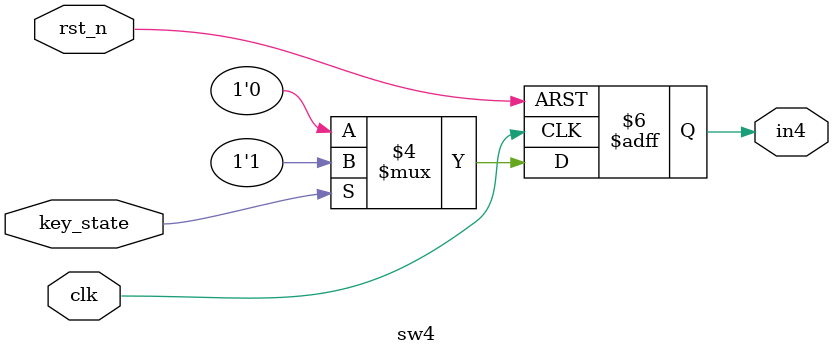
<source format=v>
module sw4(
    input           clk             ,
    input           rst_n           ,
    input           key_state       ,
    output  reg     in4
);

always @(posedge clk or negedge rst_n)begin
    if(!rst_n) in4<=0;
    else if(key_state) in4<=1;
    else in4<=0;
end

endmodule 

</source>
